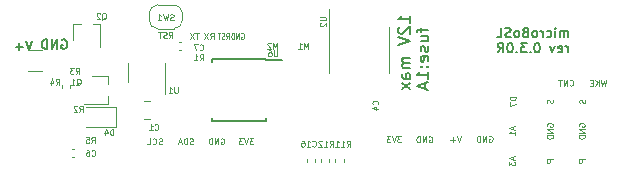
<source format=gbo>
G04 #@! TF.GenerationSoftware,KiCad,Pcbnew,(6.0.4)*
G04 #@! TF.CreationDate,2022-06-20T11:49:59+10:00*
G04 #@! TF.ProjectId,microBoSL,6d696372-6f42-46f5-934c-2e6b69636164,0.3.0R*
G04 #@! TF.SameCoordinates,Original*
G04 #@! TF.FileFunction,Legend,Bot*
G04 #@! TF.FilePolarity,Positive*
%FSLAX46Y46*%
G04 Gerber Fmt 4.6, Leading zero omitted, Abs format (unit mm)*
G04 Created by KiCad (PCBNEW (6.0.4)) date 2022-06-20 11:49:59*
%MOMM*%
%LPD*%
G01*
G04 APERTURE LIST*
%ADD10C,0.125000*%
%ADD11C,0.150000*%
%ADD12C,0.100000*%
%ADD13C,0.120000*%
G04 APERTURE END LIST*
D10*
X149276190Y-113219047D02*
X148776190Y-113219047D01*
X148776190Y-113409523D01*
X148800000Y-113457142D01*
X148823809Y-113480952D01*
X148871428Y-113504761D01*
X148942857Y-113504761D01*
X148990476Y-113480952D01*
X149014285Y-113457142D01*
X149038095Y-113409523D01*
X149038095Y-113219047D01*
X148800000Y-110419047D02*
X148776190Y-110371428D01*
X148776190Y-110300000D01*
X148800000Y-110228571D01*
X148847619Y-110180952D01*
X148895238Y-110157142D01*
X148990476Y-110133333D01*
X149061904Y-110133333D01*
X149157142Y-110157142D01*
X149204761Y-110180952D01*
X149252380Y-110228571D01*
X149276190Y-110300000D01*
X149276190Y-110347619D01*
X149252380Y-110419047D01*
X149228571Y-110442857D01*
X149061904Y-110442857D01*
X149061904Y-110347619D01*
X149276190Y-110657142D02*
X148776190Y-110657142D01*
X149276190Y-110942857D01*
X148776190Y-110942857D01*
X149276190Y-111180952D02*
X148776190Y-111180952D01*
X148776190Y-111300000D01*
X148800000Y-111371428D01*
X148847619Y-111419047D01*
X148895238Y-111442857D01*
X148990476Y-111466666D01*
X149061904Y-111466666D01*
X149157142Y-111442857D01*
X149204761Y-111419047D01*
X149252380Y-111371428D01*
X149276190Y-111300000D01*
X149276190Y-111180952D01*
X149302380Y-108157142D02*
X149326190Y-108228571D01*
X149326190Y-108347619D01*
X149302380Y-108395238D01*
X149278571Y-108419047D01*
X149230952Y-108442857D01*
X149183333Y-108442857D01*
X149135714Y-108419047D01*
X149111904Y-108395238D01*
X149088095Y-108347619D01*
X149064285Y-108252380D01*
X149040476Y-108204761D01*
X149016666Y-108180952D01*
X148969047Y-108157142D01*
X148921428Y-108157142D01*
X148873809Y-108180952D01*
X148850000Y-108204761D01*
X148826190Y-108252380D01*
X148826190Y-108371428D01*
X148850000Y-108442857D01*
X143426190Y-107930952D02*
X142926190Y-107930952D01*
X142926190Y-108050000D01*
X142950000Y-108121428D01*
X142997619Y-108169047D01*
X143045238Y-108192857D01*
X143140476Y-108216666D01*
X143211904Y-108216666D01*
X143307142Y-108192857D01*
X143354761Y-108169047D01*
X143402380Y-108121428D01*
X143426190Y-108050000D01*
X143426190Y-107930952D01*
X142926190Y-108383333D02*
X142926190Y-108716666D01*
X143426190Y-108502380D01*
X146576190Y-113219047D02*
X146076190Y-113219047D01*
X146076190Y-113409523D01*
X146100000Y-113457142D01*
X146123809Y-113480952D01*
X146171428Y-113504761D01*
X146242857Y-113504761D01*
X146290476Y-113480952D01*
X146314285Y-113457142D01*
X146338095Y-113409523D01*
X146338095Y-113219047D01*
X146552380Y-108157142D02*
X146576190Y-108228571D01*
X146576190Y-108347619D01*
X146552380Y-108395238D01*
X146528571Y-108419047D01*
X146480952Y-108442857D01*
X146433333Y-108442857D01*
X146385714Y-108419047D01*
X146361904Y-108395238D01*
X146338095Y-108347619D01*
X146314285Y-108252380D01*
X146290476Y-108204761D01*
X146266666Y-108180952D01*
X146219047Y-108157142D01*
X146171428Y-108157142D01*
X146123809Y-108180952D01*
X146100000Y-108204761D01*
X146076190Y-108252380D01*
X146076190Y-108371428D01*
X146100000Y-108442857D01*
X143233333Y-112992857D02*
X143233333Y-113230952D01*
X143376190Y-112945238D02*
X142876190Y-113111904D01*
X143376190Y-113278571D01*
X142876190Y-113397619D02*
X142876190Y-113707142D01*
X143066666Y-113540476D01*
X143066666Y-113611904D01*
X143090476Y-113659523D01*
X143114285Y-113683333D01*
X143161904Y-113707142D01*
X143280952Y-113707142D01*
X143328571Y-113683333D01*
X143352380Y-113659523D01*
X143376190Y-113611904D01*
X143376190Y-113469047D01*
X143352380Y-113421428D01*
X143328571Y-113397619D01*
X146100000Y-110419047D02*
X146076190Y-110371428D01*
X146076190Y-110300000D01*
X146100000Y-110228571D01*
X146147619Y-110180952D01*
X146195238Y-110157142D01*
X146290476Y-110133333D01*
X146361904Y-110133333D01*
X146457142Y-110157142D01*
X146504761Y-110180952D01*
X146552380Y-110228571D01*
X146576190Y-110300000D01*
X146576190Y-110347619D01*
X146552380Y-110419047D01*
X146528571Y-110442857D01*
X146361904Y-110442857D01*
X146361904Y-110347619D01*
X146576190Y-110657142D02*
X146076190Y-110657142D01*
X146576190Y-110942857D01*
X146076190Y-110942857D01*
X146576190Y-111180952D02*
X146076190Y-111180952D01*
X146076190Y-111300000D01*
X146100000Y-111371428D01*
X146147619Y-111419047D01*
X146195238Y-111442857D01*
X146290476Y-111466666D01*
X146361904Y-111466666D01*
X146457142Y-111442857D01*
X146504761Y-111419047D01*
X146552380Y-111371428D01*
X146576190Y-111300000D01*
X146576190Y-111180952D01*
X114073809Y-102926190D02*
X114240476Y-102688095D01*
X114359523Y-102926190D02*
X114359523Y-102426190D01*
X114169047Y-102426190D01*
X114121428Y-102450000D01*
X114097619Y-102473809D01*
X114073809Y-102521428D01*
X114073809Y-102592857D01*
X114097619Y-102640476D01*
X114121428Y-102664285D01*
X114169047Y-102688095D01*
X114359523Y-102688095D01*
X113883333Y-102902380D02*
X113811904Y-102926190D01*
X113692857Y-102926190D01*
X113645238Y-102902380D01*
X113621428Y-102878571D01*
X113597619Y-102830952D01*
X113597619Y-102783333D01*
X113621428Y-102735714D01*
X113645238Y-102711904D01*
X113692857Y-102688095D01*
X113788095Y-102664285D01*
X113835714Y-102640476D01*
X113859523Y-102616666D01*
X113883333Y-102569047D01*
X113883333Y-102521428D01*
X113859523Y-102473809D01*
X113835714Y-102450000D01*
X113788095Y-102426190D01*
X113669047Y-102426190D01*
X113597619Y-102450000D01*
X113454761Y-102426190D02*
X113169047Y-102426190D01*
X113311904Y-102926190D02*
X113311904Y-102426190D01*
X147997619Y-106928571D02*
X148021428Y-106952380D01*
X148092857Y-106976190D01*
X148140476Y-106976190D01*
X148211904Y-106952380D01*
X148259523Y-106904761D01*
X148283333Y-106857142D01*
X148307142Y-106761904D01*
X148307142Y-106690476D01*
X148283333Y-106595238D01*
X148259523Y-106547619D01*
X148211904Y-106500000D01*
X148140476Y-106476190D01*
X148092857Y-106476190D01*
X148021428Y-106500000D01*
X147997619Y-106523809D01*
X147783333Y-106976190D02*
X147783333Y-106476190D01*
X147497619Y-106976190D01*
X147497619Y-106476190D01*
X147330952Y-106476190D02*
X147045238Y-106476190D01*
X147188095Y-106976190D02*
X147188095Y-106476190D01*
X151090476Y-106476190D02*
X150971428Y-106976190D01*
X150876190Y-106619047D01*
X150780952Y-106976190D01*
X150661904Y-106476190D01*
X150471428Y-106976190D02*
X150471428Y-106476190D01*
X150185714Y-106976190D02*
X150400000Y-106690476D01*
X150185714Y-106476190D02*
X150471428Y-106761904D01*
X149971428Y-106714285D02*
X149804761Y-106714285D01*
X149733333Y-106976190D02*
X149971428Y-106976190D01*
X149971428Y-106476190D01*
X149733333Y-106476190D01*
X143233333Y-110442857D02*
X143233333Y-110680952D01*
X143376190Y-110395238D02*
X142876190Y-110561904D01*
X143376190Y-110728571D01*
X143376190Y-111157142D02*
X143376190Y-110871428D01*
X143376190Y-111014285D02*
X142876190Y-111014285D01*
X142947619Y-110966666D01*
X142995238Y-110919047D01*
X143019047Y-110871428D01*
X123254761Y-103826190D02*
X123254761Y-103326190D01*
X123088095Y-103683333D01*
X122921428Y-103326190D01*
X122921428Y-103826190D01*
X122707142Y-103373809D02*
X122683333Y-103350000D01*
X122635714Y-103326190D01*
X122516666Y-103326190D01*
X122469047Y-103350000D01*
X122445238Y-103373809D01*
X122421428Y-103421428D01*
X122421428Y-103469047D01*
X122445238Y-103540476D01*
X122730952Y-103826190D01*
X122421428Y-103826190D01*
X125854761Y-103826190D02*
X125854761Y-103326190D01*
X125688095Y-103683333D01*
X125521428Y-103326190D01*
X125521428Y-103826190D01*
X125021428Y-103826190D02*
X125307142Y-103826190D01*
X125164285Y-103826190D02*
X125164285Y-103326190D01*
X125211904Y-103397619D01*
X125259523Y-103445238D01*
X125307142Y-103469047D01*
D11*
X134502380Y-101626190D02*
X134502380Y-101054761D01*
X134502380Y-101340476D02*
X133502380Y-101340476D01*
X133645238Y-101245238D01*
X133740476Y-101150000D01*
X133788095Y-101054761D01*
X133597619Y-102007142D02*
X133550000Y-102054761D01*
X133502380Y-102150000D01*
X133502380Y-102388095D01*
X133550000Y-102483333D01*
X133597619Y-102530952D01*
X133692857Y-102578571D01*
X133788095Y-102578571D01*
X133930952Y-102530952D01*
X134502380Y-101959523D01*
X134502380Y-102578571D01*
X133502380Y-102864285D02*
X134502380Y-103197619D01*
X133502380Y-103530952D01*
X134502380Y-104626190D02*
X133835714Y-104626190D01*
X133930952Y-104626190D02*
X133883333Y-104673809D01*
X133835714Y-104769047D01*
X133835714Y-104911904D01*
X133883333Y-105007142D01*
X133978571Y-105054761D01*
X134502380Y-105054761D01*
X133978571Y-105054761D02*
X133883333Y-105102380D01*
X133835714Y-105197619D01*
X133835714Y-105340476D01*
X133883333Y-105435714D01*
X133978571Y-105483333D01*
X134502380Y-105483333D01*
X134502380Y-106388095D02*
X133978571Y-106388095D01*
X133883333Y-106340476D01*
X133835714Y-106245238D01*
X133835714Y-106054761D01*
X133883333Y-105959523D01*
X134454761Y-106388095D02*
X134502380Y-106292857D01*
X134502380Y-106054761D01*
X134454761Y-105959523D01*
X134359523Y-105911904D01*
X134264285Y-105911904D01*
X134169047Y-105959523D01*
X134121428Y-106054761D01*
X134121428Y-106292857D01*
X134073809Y-106388095D01*
X134502380Y-106769047D02*
X133835714Y-107292857D01*
X133835714Y-106769047D02*
X134502380Y-107292857D01*
D10*
X141190952Y-111250000D02*
X141238571Y-111226190D01*
X141310000Y-111226190D01*
X141381428Y-111250000D01*
X141429047Y-111297619D01*
X141452857Y-111345238D01*
X141476666Y-111440476D01*
X141476666Y-111511904D01*
X141452857Y-111607142D01*
X141429047Y-111654761D01*
X141381428Y-111702380D01*
X141310000Y-111726190D01*
X141262380Y-111726190D01*
X141190952Y-111702380D01*
X141167142Y-111678571D01*
X141167142Y-111511904D01*
X141262380Y-111511904D01*
X140952857Y-111726190D02*
X140952857Y-111226190D01*
X140667142Y-111726190D01*
X140667142Y-111226190D01*
X140429047Y-111726190D02*
X140429047Y-111226190D01*
X140310000Y-111226190D01*
X140238571Y-111250000D01*
X140190952Y-111297619D01*
X140167142Y-111345238D01*
X140143333Y-111440476D01*
X140143333Y-111511904D01*
X140167142Y-111607142D01*
X140190952Y-111654761D01*
X140238571Y-111702380D01*
X140310000Y-111726190D01*
X140429047Y-111726190D01*
X138786190Y-111226190D02*
X138619523Y-111726190D01*
X138452857Y-111226190D01*
X138286190Y-111535714D02*
X137905238Y-111535714D01*
X138095714Y-111726190D02*
X138095714Y-111345238D01*
X136080952Y-111300000D02*
X136128571Y-111276190D01*
X136200000Y-111276190D01*
X136271428Y-111300000D01*
X136319047Y-111347619D01*
X136342857Y-111395238D01*
X136366666Y-111490476D01*
X136366666Y-111561904D01*
X136342857Y-111657142D01*
X136319047Y-111704761D01*
X136271428Y-111752380D01*
X136200000Y-111776190D01*
X136152380Y-111776190D01*
X136080952Y-111752380D01*
X136057142Y-111728571D01*
X136057142Y-111561904D01*
X136152380Y-111561904D01*
X135842857Y-111776190D02*
X135842857Y-111276190D01*
X135557142Y-111776190D01*
X135557142Y-111276190D01*
X135319047Y-111776190D02*
X135319047Y-111276190D01*
X135200000Y-111276190D01*
X135128571Y-111300000D01*
X135080952Y-111347619D01*
X135057142Y-111395238D01*
X135033333Y-111490476D01*
X135033333Y-111561904D01*
X135057142Y-111657142D01*
X135080952Y-111704761D01*
X135128571Y-111752380D01*
X135200000Y-111776190D01*
X135319047Y-111776190D01*
X116107142Y-111902380D02*
X116035714Y-111926190D01*
X115916666Y-111926190D01*
X115869047Y-111902380D01*
X115845238Y-111878571D01*
X115821428Y-111830952D01*
X115821428Y-111783333D01*
X115845238Y-111735714D01*
X115869047Y-111711904D01*
X115916666Y-111688095D01*
X116011904Y-111664285D01*
X116059523Y-111640476D01*
X116083333Y-111616666D01*
X116107142Y-111569047D01*
X116107142Y-111521428D01*
X116083333Y-111473809D01*
X116059523Y-111450000D01*
X116011904Y-111426190D01*
X115892857Y-111426190D01*
X115821428Y-111450000D01*
X115607142Y-111926190D02*
X115607142Y-111426190D01*
X115488095Y-111426190D01*
X115416666Y-111450000D01*
X115369047Y-111497619D01*
X115345238Y-111545238D01*
X115321428Y-111640476D01*
X115321428Y-111711904D01*
X115345238Y-111807142D01*
X115369047Y-111854761D01*
X115416666Y-111902380D01*
X115488095Y-111926190D01*
X115607142Y-111926190D01*
X115130952Y-111783333D02*
X114892857Y-111783333D01*
X115178571Y-111926190D02*
X115011904Y-111426190D01*
X114845238Y-111926190D01*
X118480952Y-111450000D02*
X118528571Y-111426190D01*
X118600000Y-111426190D01*
X118671428Y-111450000D01*
X118719047Y-111497619D01*
X118742857Y-111545238D01*
X118766666Y-111640476D01*
X118766666Y-111711904D01*
X118742857Y-111807142D01*
X118719047Y-111854761D01*
X118671428Y-111902380D01*
X118600000Y-111926190D01*
X118552380Y-111926190D01*
X118480952Y-111902380D01*
X118457142Y-111878571D01*
X118457142Y-111711904D01*
X118552380Y-111711904D01*
X118242857Y-111926190D02*
X118242857Y-111426190D01*
X117957142Y-111926190D01*
X117957142Y-111426190D01*
X117719047Y-111926190D02*
X117719047Y-111426190D01*
X117600000Y-111426190D01*
X117528571Y-111450000D01*
X117480952Y-111497619D01*
X117457142Y-111545238D01*
X117433333Y-111640476D01*
X117433333Y-111711904D01*
X117457142Y-111807142D01*
X117480952Y-111854761D01*
X117528571Y-111902380D01*
X117600000Y-111926190D01*
X117719047Y-111926190D01*
X121219047Y-111426190D02*
X120909523Y-111426190D01*
X121076190Y-111616666D01*
X121004761Y-111616666D01*
X120957142Y-111640476D01*
X120933333Y-111664285D01*
X120909523Y-111711904D01*
X120909523Y-111830952D01*
X120933333Y-111878571D01*
X120957142Y-111902380D01*
X121004761Y-111926190D01*
X121147619Y-111926190D01*
X121195238Y-111902380D01*
X121219047Y-111878571D01*
X120766666Y-111426190D02*
X120600000Y-111926190D01*
X120433333Y-111426190D01*
X120314285Y-111426190D02*
X120004761Y-111426190D01*
X120171428Y-111616666D01*
X120100000Y-111616666D01*
X120052380Y-111640476D01*
X120028571Y-111664285D01*
X120004761Y-111711904D01*
X120004761Y-111830952D01*
X120028571Y-111878571D01*
X120052380Y-111902380D01*
X120100000Y-111926190D01*
X120242857Y-111926190D01*
X120290476Y-111902380D01*
X120314285Y-111878571D01*
X113495238Y-111902380D02*
X113423809Y-111926190D01*
X113304761Y-111926190D01*
X113257142Y-111902380D01*
X113233333Y-111878571D01*
X113209523Y-111830952D01*
X113209523Y-111783333D01*
X113233333Y-111735714D01*
X113257142Y-111711904D01*
X113304761Y-111688095D01*
X113400000Y-111664285D01*
X113447619Y-111640476D01*
X113471428Y-111616666D01*
X113495238Y-111569047D01*
X113495238Y-111521428D01*
X113471428Y-111473809D01*
X113447619Y-111450000D01*
X113400000Y-111426190D01*
X113280952Y-111426190D01*
X113209523Y-111450000D01*
X112709523Y-111878571D02*
X112733333Y-111902380D01*
X112804761Y-111926190D01*
X112852380Y-111926190D01*
X112923809Y-111902380D01*
X112971428Y-111854761D01*
X112995238Y-111807142D01*
X113019047Y-111711904D01*
X113019047Y-111640476D01*
X112995238Y-111545238D01*
X112971428Y-111497619D01*
X112923809Y-111450000D01*
X112852380Y-111426190D01*
X112804761Y-111426190D01*
X112733333Y-111450000D01*
X112709523Y-111473809D01*
X112257142Y-111926190D02*
X112495238Y-111926190D01*
X112495238Y-111426190D01*
X133719047Y-111276190D02*
X133409523Y-111276190D01*
X133576190Y-111466666D01*
X133504761Y-111466666D01*
X133457142Y-111490476D01*
X133433333Y-111514285D01*
X133409523Y-111561904D01*
X133409523Y-111680952D01*
X133433333Y-111728571D01*
X133457142Y-111752380D01*
X133504761Y-111776190D01*
X133647619Y-111776190D01*
X133695238Y-111752380D01*
X133719047Y-111728571D01*
X133266666Y-111276190D02*
X133100000Y-111776190D01*
X132933333Y-111276190D01*
X132814285Y-111276190D02*
X132504761Y-111276190D01*
X132671428Y-111466666D01*
X132600000Y-111466666D01*
X132552380Y-111490476D01*
X132528571Y-111514285D01*
X132504761Y-111561904D01*
X132504761Y-111680952D01*
X132528571Y-111728571D01*
X132552380Y-111752380D01*
X132600000Y-111776190D01*
X132742857Y-111776190D01*
X132790476Y-111752380D01*
X132814285Y-111728571D01*
D12*
X120204761Y-102550000D02*
X120242857Y-102526190D01*
X120300000Y-102526190D01*
X120357142Y-102550000D01*
X120395238Y-102597619D01*
X120414285Y-102645238D01*
X120433333Y-102740476D01*
X120433333Y-102811904D01*
X120414285Y-102907142D01*
X120395238Y-102954761D01*
X120357142Y-103002380D01*
X120300000Y-103026190D01*
X120261904Y-103026190D01*
X120204761Y-103002380D01*
X120185714Y-102978571D01*
X120185714Y-102811904D01*
X120261904Y-102811904D01*
X120014285Y-103026190D02*
X120014285Y-102526190D01*
X119785714Y-103026190D01*
X119785714Y-102526190D01*
X119595238Y-103026190D02*
X119595238Y-102526190D01*
X119500000Y-102526190D01*
X119442857Y-102550000D01*
X119404761Y-102597619D01*
X119385714Y-102645238D01*
X119366666Y-102740476D01*
X119366666Y-102811904D01*
X119385714Y-102907142D01*
X119404761Y-102954761D01*
X119442857Y-103002380D01*
X119500000Y-103026190D01*
X119595238Y-103026190D01*
D10*
X116580952Y-102526190D02*
X116295238Y-102526190D01*
X116438095Y-103026190D02*
X116438095Y-102526190D01*
X116176190Y-102526190D02*
X115842857Y-103026190D01*
X115842857Y-102526190D02*
X116176190Y-103026190D01*
D12*
X118919047Y-103026190D02*
X119052380Y-102788095D01*
X119147619Y-103026190D02*
X119147619Y-102526190D01*
X118995238Y-102526190D01*
X118957142Y-102550000D01*
X118938095Y-102573809D01*
X118919047Y-102621428D01*
X118919047Y-102692857D01*
X118938095Y-102740476D01*
X118957142Y-102764285D01*
X118995238Y-102788095D01*
X119147619Y-102788095D01*
X118766666Y-103002380D02*
X118709523Y-103026190D01*
X118614285Y-103026190D01*
X118576190Y-103002380D01*
X118557142Y-102978571D01*
X118538095Y-102930952D01*
X118538095Y-102883333D01*
X118557142Y-102835714D01*
X118576190Y-102811904D01*
X118614285Y-102788095D01*
X118690476Y-102764285D01*
X118728571Y-102740476D01*
X118747619Y-102716666D01*
X118766666Y-102669047D01*
X118766666Y-102621428D01*
X118747619Y-102573809D01*
X118728571Y-102550000D01*
X118690476Y-102526190D01*
X118595238Y-102526190D01*
X118538095Y-102550000D01*
X118423809Y-102526190D02*
X118195238Y-102526190D01*
X118309523Y-103026190D02*
X118309523Y-102526190D01*
D10*
X117583333Y-103026190D02*
X117750000Y-102788095D01*
X117869047Y-103026190D02*
X117869047Y-102526190D01*
X117678571Y-102526190D01*
X117630952Y-102550000D01*
X117607142Y-102573809D01*
X117583333Y-102621428D01*
X117583333Y-102692857D01*
X117607142Y-102740476D01*
X117630952Y-102764285D01*
X117678571Y-102788095D01*
X117869047Y-102788095D01*
X117416666Y-102526190D02*
X117083333Y-103026190D01*
X117083333Y-102526190D02*
X117416666Y-103026190D01*
D11*
X105009523Y-103100000D02*
X105085714Y-103061904D01*
X105200000Y-103061904D01*
X105314285Y-103100000D01*
X105390476Y-103176190D01*
X105428571Y-103252380D01*
X105466666Y-103404761D01*
X105466666Y-103519047D01*
X105428571Y-103671428D01*
X105390476Y-103747619D01*
X105314285Y-103823809D01*
X105200000Y-103861904D01*
X105123809Y-103861904D01*
X105009523Y-103823809D01*
X104971428Y-103785714D01*
X104971428Y-103519047D01*
X105123809Y-103519047D01*
X104628571Y-103861904D02*
X104628571Y-103061904D01*
X104171428Y-103861904D01*
X104171428Y-103061904D01*
X103790476Y-103861904D02*
X103790476Y-103061904D01*
X103600000Y-103061904D01*
X103485714Y-103100000D01*
X103409523Y-103176190D01*
X103371428Y-103252380D01*
X103333333Y-103404761D01*
X103333333Y-103519047D01*
X103371428Y-103671428D01*
X103409523Y-103747619D01*
X103485714Y-103823809D01*
X103600000Y-103861904D01*
X103790476Y-103861904D01*
X102511904Y-103161904D02*
X102245238Y-103961904D01*
X101978571Y-103161904D01*
X101711904Y-103657142D02*
X101102380Y-103657142D01*
X101407142Y-103961904D02*
X101407142Y-103352380D01*
X147852380Y-102867904D02*
X147852380Y-102334571D01*
X147852380Y-102410761D02*
X147814285Y-102372666D01*
X147738095Y-102334571D01*
X147623809Y-102334571D01*
X147547619Y-102372666D01*
X147509523Y-102448857D01*
X147509523Y-102867904D01*
X147509523Y-102448857D02*
X147471428Y-102372666D01*
X147395238Y-102334571D01*
X147280952Y-102334571D01*
X147204761Y-102372666D01*
X147166666Y-102448857D01*
X147166666Y-102867904D01*
X146785714Y-102867904D02*
X146785714Y-102334571D01*
X146785714Y-102067904D02*
X146823809Y-102106000D01*
X146785714Y-102144095D01*
X146747619Y-102106000D01*
X146785714Y-102067904D01*
X146785714Y-102144095D01*
X146061904Y-102829809D02*
X146138095Y-102867904D01*
X146290476Y-102867904D01*
X146366666Y-102829809D01*
X146404761Y-102791714D01*
X146442857Y-102715523D01*
X146442857Y-102486952D01*
X146404761Y-102410761D01*
X146366666Y-102372666D01*
X146290476Y-102334571D01*
X146138095Y-102334571D01*
X146061904Y-102372666D01*
X145719047Y-102867904D02*
X145719047Y-102334571D01*
X145719047Y-102486952D02*
X145680952Y-102410761D01*
X145642857Y-102372666D01*
X145566666Y-102334571D01*
X145490476Y-102334571D01*
X145109523Y-102867904D02*
X145185714Y-102829809D01*
X145223809Y-102791714D01*
X145261904Y-102715523D01*
X145261904Y-102486952D01*
X145223809Y-102410761D01*
X145185714Y-102372666D01*
X145109523Y-102334571D01*
X144995238Y-102334571D01*
X144919047Y-102372666D01*
X144880952Y-102410761D01*
X144842857Y-102486952D01*
X144842857Y-102715523D01*
X144880952Y-102791714D01*
X144919047Y-102829809D01*
X144995238Y-102867904D01*
X145109523Y-102867904D01*
X144233333Y-102448857D02*
X144119047Y-102486952D01*
X144080952Y-102525047D01*
X144042857Y-102601238D01*
X144042857Y-102715523D01*
X144080952Y-102791714D01*
X144119047Y-102829809D01*
X144195238Y-102867904D01*
X144500000Y-102867904D01*
X144500000Y-102067904D01*
X144233333Y-102067904D01*
X144157142Y-102106000D01*
X144119047Y-102144095D01*
X144080952Y-102220285D01*
X144080952Y-102296476D01*
X144119047Y-102372666D01*
X144157142Y-102410761D01*
X144233333Y-102448857D01*
X144500000Y-102448857D01*
X143585714Y-102867904D02*
X143661904Y-102829809D01*
X143700000Y-102791714D01*
X143738095Y-102715523D01*
X143738095Y-102486952D01*
X143700000Y-102410761D01*
X143661904Y-102372666D01*
X143585714Y-102334571D01*
X143471428Y-102334571D01*
X143395238Y-102372666D01*
X143357142Y-102410761D01*
X143319047Y-102486952D01*
X143319047Y-102715523D01*
X143357142Y-102791714D01*
X143395238Y-102829809D01*
X143471428Y-102867904D01*
X143585714Y-102867904D01*
X143014285Y-102829809D02*
X142900000Y-102867904D01*
X142709523Y-102867904D01*
X142633333Y-102829809D01*
X142595238Y-102791714D01*
X142557142Y-102715523D01*
X142557142Y-102639333D01*
X142595238Y-102563142D01*
X142633333Y-102525047D01*
X142709523Y-102486952D01*
X142861904Y-102448857D01*
X142938095Y-102410761D01*
X142976190Y-102372666D01*
X143014285Y-102296476D01*
X143014285Y-102220285D01*
X142976190Y-102144095D01*
X142938095Y-102106000D01*
X142861904Y-102067904D01*
X142671428Y-102067904D01*
X142557142Y-102106000D01*
X141833333Y-102867904D02*
X142214285Y-102867904D01*
X142214285Y-102067904D01*
X147833333Y-104155904D02*
X147833333Y-103622571D01*
X147833333Y-103774952D02*
X147795238Y-103698761D01*
X147757142Y-103660666D01*
X147680952Y-103622571D01*
X147604761Y-103622571D01*
X147033333Y-104117809D02*
X147109523Y-104155904D01*
X147261904Y-104155904D01*
X147338095Y-104117809D01*
X147376190Y-104041619D01*
X147376190Y-103736857D01*
X147338095Y-103660666D01*
X147261904Y-103622571D01*
X147109523Y-103622571D01*
X147033333Y-103660666D01*
X146995238Y-103736857D01*
X146995238Y-103813047D01*
X147376190Y-103889238D01*
X146728571Y-103622571D02*
X146538095Y-104155904D01*
X146347619Y-103622571D01*
X145280952Y-103355904D02*
X145204761Y-103355904D01*
X145128571Y-103394000D01*
X145090476Y-103432095D01*
X145052380Y-103508285D01*
X145014285Y-103660666D01*
X145014285Y-103851142D01*
X145052380Y-104003523D01*
X145090476Y-104079714D01*
X145128571Y-104117809D01*
X145204761Y-104155904D01*
X145280952Y-104155904D01*
X145357142Y-104117809D01*
X145395238Y-104079714D01*
X145433333Y-104003523D01*
X145471428Y-103851142D01*
X145471428Y-103660666D01*
X145433333Y-103508285D01*
X145395238Y-103432095D01*
X145357142Y-103394000D01*
X145280952Y-103355904D01*
X144671428Y-104079714D02*
X144633333Y-104117809D01*
X144671428Y-104155904D01*
X144709523Y-104117809D01*
X144671428Y-104079714D01*
X144671428Y-104155904D01*
X144366666Y-103355904D02*
X143871428Y-103355904D01*
X144138095Y-103660666D01*
X144023809Y-103660666D01*
X143947619Y-103698761D01*
X143909523Y-103736857D01*
X143871428Y-103813047D01*
X143871428Y-104003523D01*
X143909523Y-104079714D01*
X143947619Y-104117809D01*
X144023809Y-104155904D01*
X144252380Y-104155904D01*
X144328571Y-104117809D01*
X144366666Y-104079714D01*
X143528571Y-104079714D02*
X143490476Y-104117809D01*
X143528571Y-104155904D01*
X143566666Y-104117809D01*
X143528571Y-104079714D01*
X143528571Y-104155904D01*
X142995238Y-103355904D02*
X142919047Y-103355904D01*
X142842857Y-103394000D01*
X142804761Y-103432095D01*
X142766666Y-103508285D01*
X142728571Y-103660666D01*
X142728571Y-103851142D01*
X142766666Y-104003523D01*
X142804761Y-104079714D01*
X142842857Y-104117809D01*
X142919047Y-104155904D01*
X142995238Y-104155904D01*
X143071428Y-104117809D01*
X143109523Y-104079714D01*
X143147619Y-104003523D01*
X143185714Y-103851142D01*
X143185714Y-103660666D01*
X143147619Y-103508285D01*
X143109523Y-103432095D01*
X143071428Y-103394000D01*
X142995238Y-103355904D01*
X141928571Y-104155904D02*
X142195238Y-103774952D01*
X142385714Y-104155904D02*
X142385714Y-103355904D01*
X142080952Y-103355904D01*
X142004761Y-103394000D01*
X141966666Y-103432095D01*
X141928571Y-103508285D01*
X141928571Y-103622571D01*
X141966666Y-103698761D01*
X142004761Y-103736857D01*
X142080952Y-103774952D01*
X142385714Y-103774952D01*
X135385714Y-102080952D02*
X135385714Y-102461904D01*
X136052380Y-102223809D02*
X135195238Y-102223809D01*
X135100000Y-102271428D01*
X135052380Y-102366666D01*
X135052380Y-102461904D01*
X135385714Y-103223809D02*
X136052380Y-103223809D01*
X135385714Y-102795238D02*
X135909523Y-102795238D01*
X136004761Y-102842857D01*
X136052380Y-102938095D01*
X136052380Y-103080952D01*
X136004761Y-103176190D01*
X135957142Y-103223809D01*
X136004761Y-103652380D02*
X136052380Y-103747619D01*
X136052380Y-103938095D01*
X136004761Y-104033333D01*
X135909523Y-104080952D01*
X135861904Y-104080952D01*
X135766666Y-104033333D01*
X135719047Y-103938095D01*
X135719047Y-103795238D01*
X135671428Y-103700000D01*
X135576190Y-103652380D01*
X135528571Y-103652380D01*
X135433333Y-103700000D01*
X135385714Y-103795238D01*
X135385714Y-103938095D01*
X135433333Y-104033333D01*
X136004761Y-104890476D02*
X136052380Y-104795238D01*
X136052380Y-104604761D01*
X136004761Y-104509523D01*
X135909523Y-104461904D01*
X135528571Y-104461904D01*
X135433333Y-104509523D01*
X135385714Y-104604761D01*
X135385714Y-104795238D01*
X135433333Y-104890476D01*
X135528571Y-104938095D01*
X135623809Y-104938095D01*
X135719047Y-104461904D01*
X135957142Y-105366666D02*
X136004761Y-105414285D01*
X136052380Y-105366666D01*
X136004761Y-105319047D01*
X135957142Y-105366666D01*
X136052380Y-105366666D01*
X135433333Y-105366666D02*
X135480952Y-105414285D01*
X135528571Y-105366666D01*
X135480952Y-105319047D01*
X135433333Y-105366666D01*
X135528571Y-105366666D01*
X136052380Y-106366666D02*
X136052380Y-105795238D01*
X136052380Y-106080952D02*
X135052380Y-106080952D01*
X135195238Y-105985714D01*
X135290476Y-105890476D01*
X135338095Y-105795238D01*
X135766666Y-106747619D02*
X135766666Y-107223809D01*
X136052380Y-106652380D02*
X135052380Y-106985714D01*
X136052380Y-107319047D01*
D10*
X112883333Y-110678571D02*
X112907142Y-110702380D01*
X112978571Y-110726190D01*
X113026190Y-110726190D01*
X113097619Y-110702380D01*
X113145238Y-110654761D01*
X113169047Y-110607142D01*
X113192857Y-110511904D01*
X113192857Y-110440476D01*
X113169047Y-110345238D01*
X113145238Y-110297619D01*
X113097619Y-110250000D01*
X113026190Y-110226190D01*
X112978571Y-110226190D01*
X112907142Y-110250000D01*
X112883333Y-110273809D01*
X112407142Y-110726190D02*
X112692857Y-110726190D01*
X112550000Y-110726190D02*
X112550000Y-110226190D01*
X112597619Y-110297619D01*
X112645238Y-110345238D01*
X112692857Y-110369047D01*
X131753571Y-108556666D02*
X131777380Y-108532857D01*
X131801190Y-108461428D01*
X131801190Y-108413809D01*
X131777380Y-108342380D01*
X131729761Y-108294761D01*
X131682142Y-108270952D01*
X131586904Y-108247142D01*
X131515476Y-108247142D01*
X131420238Y-108270952D01*
X131372619Y-108294761D01*
X131325000Y-108342380D01*
X131301190Y-108413809D01*
X131301190Y-108461428D01*
X131325000Y-108532857D01*
X131348809Y-108556666D01*
X131467857Y-108985238D02*
X131801190Y-108985238D01*
X131277380Y-108866190D02*
X131634523Y-108747142D01*
X131634523Y-109056666D01*
X107533333Y-112878571D02*
X107557142Y-112902380D01*
X107628571Y-112926190D01*
X107676190Y-112926190D01*
X107747619Y-112902380D01*
X107795238Y-112854761D01*
X107819047Y-112807142D01*
X107842857Y-112711904D01*
X107842857Y-112640476D01*
X107819047Y-112545238D01*
X107795238Y-112497619D01*
X107747619Y-112450000D01*
X107676190Y-112426190D01*
X107628571Y-112426190D01*
X107557142Y-112450000D01*
X107533333Y-112473809D01*
X107104761Y-112426190D02*
X107200000Y-112426190D01*
X107247619Y-112450000D01*
X107271428Y-112473809D01*
X107319047Y-112545238D01*
X107342857Y-112640476D01*
X107342857Y-112830952D01*
X107319047Y-112878571D01*
X107295238Y-112902380D01*
X107247619Y-112926190D01*
X107152380Y-112926190D01*
X107104761Y-112902380D01*
X107080952Y-112878571D01*
X107057142Y-112830952D01*
X107057142Y-112711904D01*
X107080952Y-112664285D01*
X107104761Y-112640476D01*
X107152380Y-112616666D01*
X107247619Y-112616666D01*
X107295238Y-112640476D01*
X107319047Y-112664285D01*
X107342857Y-112711904D01*
X116683333Y-103928571D02*
X116707142Y-103952380D01*
X116778571Y-103976190D01*
X116826190Y-103976190D01*
X116897619Y-103952380D01*
X116945238Y-103904761D01*
X116969047Y-103857142D01*
X116992857Y-103761904D01*
X116992857Y-103690476D01*
X116969047Y-103595238D01*
X116945238Y-103547619D01*
X116897619Y-103500000D01*
X116826190Y-103476190D01*
X116778571Y-103476190D01*
X116707142Y-103500000D01*
X116683333Y-103523809D01*
X116516666Y-103476190D02*
X116183333Y-103476190D01*
X116397619Y-103976190D01*
X106247619Y-106923809D02*
X106295238Y-106900000D01*
X106342857Y-106852380D01*
X106414285Y-106780952D01*
X106461904Y-106757142D01*
X106509523Y-106757142D01*
X106485714Y-106876190D02*
X106533333Y-106852380D01*
X106580952Y-106804761D01*
X106604761Y-106709523D01*
X106604761Y-106542857D01*
X106580952Y-106447619D01*
X106533333Y-106400000D01*
X106485714Y-106376190D01*
X106390476Y-106376190D01*
X106342857Y-106400000D01*
X106295238Y-106447619D01*
X106271428Y-106542857D01*
X106271428Y-106709523D01*
X106295238Y-106804761D01*
X106342857Y-106852380D01*
X106390476Y-106876190D01*
X106485714Y-106876190D01*
X105795238Y-106876190D02*
X106080952Y-106876190D01*
X105938095Y-106876190D02*
X105938095Y-106376190D01*
X105985714Y-106447619D01*
X106033333Y-106495238D01*
X106080952Y-106519047D01*
X116683333Y-104826190D02*
X116850000Y-104588095D01*
X116969047Y-104826190D02*
X116969047Y-104326190D01*
X116778571Y-104326190D01*
X116730952Y-104350000D01*
X116707142Y-104373809D01*
X116683333Y-104421428D01*
X116683333Y-104492857D01*
X116707142Y-104540476D01*
X116730952Y-104564285D01*
X116778571Y-104588095D01*
X116969047Y-104588095D01*
X116207142Y-104826190D02*
X116492857Y-104826190D01*
X116350000Y-104826190D02*
X116350000Y-104326190D01*
X116397619Y-104397619D01*
X116445238Y-104445238D01*
X116492857Y-104469047D01*
X106483333Y-109176190D02*
X106650000Y-108938095D01*
X106769047Y-109176190D02*
X106769047Y-108676190D01*
X106578571Y-108676190D01*
X106530952Y-108700000D01*
X106507142Y-108723809D01*
X106483333Y-108771428D01*
X106483333Y-108842857D01*
X106507142Y-108890476D01*
X106530952Y-108914285D01*
X106578571Y-108938095D01*
X106769047Y-108938095D01*
X106292857Y-108723809D02*
X106269047Y-108700000D01*
X106221428Y-108676190D01*
X106102380Y-108676190D01*
X106054761Y-108700000D01*
X106030952Y-108723809D01*
X106007142Y-108771428D01*
X106007142Y-108819047D01*
X106030952Y-108890476D01*
X106316666Y-109176190D01*
X106007142Y-109176190D01*
X104483333Y-106876190D02*
X104650000Y-106638095D01*
X104769047Y-106876190D02*
X104769047Y-106376190D01*
X104578571Y-106376190D01*
X104530952Y-106400000D01*
X104507142Y-106423809D01*
X104483333Y-106471428D01*
X104483333Y-106542857D01*
X104507142Y-106590476D01*
X104530952Y-106614285D01*
X104578571Y-106638095D01*
X104769047Y-106638095D01*
X104054761Y-106542857D02*
X104054761Y-106876190D01*
X104173809Y-106352380D02*
X104292857Y-106709523D01*
X103983333Y-106709523D01*
X107518333Y-111826190D02*
X107685000Y-111588095D01*
X107804047Y-111826190D02*
X107804047Y-111326190D01*
X107613571Y-111326190D01*
X107565952Y-111350000D01*
X107542142Y-111373809D01*
X107518333Y-111421428D01*
X107518333Y-111492857D01*
X107542142Y-111540476D01*
X107565952Y-111564285D01*
X107613571Y-111588095D01*
X107804047Y-111588095D01*
X107065952Y-111326190D02*
X107304047Y-111326190D01*
X107327857Y-111564285D01*
X107304047Y-111540476D01*
X107256428Y-111516666D01*
X107137380Y-111516666D01*
X107089761Y-111540476D01*
X107065952Y-111564285D01*
X107042142Y-111611904D01*
X107042142Y-111730952D01*
X107065952Y-111778571D01*
X107089761Y-111802380D01*
X107137380Y-111826190D01*
X107256428Y-111826190D01*
X107304047Y-111802380D01*
X107327857Y-111778571D01*
X114466666Y-101402380D02*
X114395238Y-101426190D01*
X114276190Y-101426190D01*
X114228571Y-101402380D01*
X114204761Y-101378571D01*
X114180952Y-101330952D01*
X114180952Y-101283333D01*
X114204761Y-101235714D01*
X114228571Y-101211904D01*
X114276190Y-101188095D01*
X114371428Y-101164285D01*
X114419047Y-101140476D01*
X114442857Y-101116666D01*
X114466666Y-101069047D01*
X114466666Y-101021428D01*
X114442857Y-100973809D01*
X114419047Y-100950000D01*
X114371428Y-100926190D01*
X114252380Y-100926190D01*
X114180952Y-100950000D01*
X114014285Y-100926190D02*
X113895238Y-101426190D01*
X113800000Y-101069047D01*
X113704761Y-101426190D01*
X113585714Y-100926190D01*
X113133333Y-101426190D02*
X113419047Y-101426190D01*
X113276190Y-101426190D02*
X113276190Y-100926190D01*
X113323809Y-100997619D01*
X113371428Y-101045238D01*
X113419047Y-101069047D01*
X123265952Y-103966190D02*
X123265952Y-104370952D01*
X123242142Y-104418571D01*
X123218333Y-104442380D01*
X123170714Y-104466190D01*
X123075476Y-104466190D01*
X123027857Y-104442380D01*
X123004047Y-104418571D01*
X122980238Y-104370952D01*
X122980238Y-103966190D01*
X122527857Y-103966190D02*
X122623095Y-103966190D01*
X122670714Y-103990000D01*
X122694523Y-104013809D01*
X122742142Y-104085238D01*
X122765952Y-104180476D01*
X122765952Y-104370952D01*
X122742142Y-104418571D01*
X122718333Y-104442380D01*
X122670714Y-104466190D01*
X122575476Y-104466190D01*
X122527857Y-104442380D01*
X122504047Y-104418571D01*
X122480238Y-104370952D01*
X122480238Y-104251904D01*
X122504047Y-104204285D01*
X122527857Y-104180476D01*
X122575476Y-104156666D01*
X122670714Y-104156666D01*
X122718333Y-104180476D01*
X122742142Y-104204285D01*
X122765952Y-104251904D01*
X126876190Y-101169047D02*
X127280952Y-101169047D01*
X127328571Y-101192857D01*
X127352380Y-101216666D01*
X127376190Y-101264285D01*
X127376190Y-101359523D01*
X127352380Y-101407142D01*
X127328571Y-101430952D01*
X127280952Y-101454761D01*
X126876190Y-101454761D01*
X126923809Y-101669047D02*
X126900000Y-101692857D01*
X126876190Y-101740476D01*
X126876190Y-101859523D01*
X126900000Y-101907142D01*
X126923809Y-101930952D01*
X126971428Y-101954761D01*
X127019047Y-101954761D01*
X127090476Y-101930952D01*
X127376190Y-101645238D01*
X127376190Y-101954761D01*
X106183333Y-105976190D02*
X106350000Y-105738095D01*
X106469047Y-105976190D02*
X106469047Y-105476190D01*
X106278571Y-105476190D01*
X106230952Y-105500000D01*
X106207142Y-105523809D01*
X106183333Y-105571428D01*
X106183333Y-105642857D01*
X106207142Y-105690476D01*
X106230952Y-105714285D01*
X106278571Y-105738095D01*
X106469047Y-105738095D01*
X106016666Y-105476190D02*
X105707142Y-105476190D01*
X105873809Y-105666666D01*
X105802380Y-105666666D01*
X105754761Y-105690476D01*
X105730952Y-105714285D01*
X105707142Y-105761904D01*
X105707142Y-105880952D01*
X105730952Y-105928571D01*
X105754761Y-105952380D01*
X105802380Y-105976190D01*
X105945238Y-105976190D01*
X105992857Y-105952380D01*
X106016666Y-105928571D01*
X114830952Y-107076190D02*
X114830952Y-107480952D01*
X114807142Y-107528571D01*
X114783333Y-107552380D01*
X114735714Y-107576190D01*
X114640476Y-107576190D01*
X114592857Y-107552380D01*
X114569047Y-107528571D01*
X114545238Y-107480952D01*
X114545238Y-107076190D01*
X114045238Y-107576190D02*
X114330952Y-107576190D01*
X114188095Y-107576190D02*
X114188095Y-107076190D01*
X114235714Y-107147619D01*
X114283333Y-107195238D01*
X114330952Y-107219047D01*
X108397619Y-101373809D02*
X108445238Y-101350000D01*
X108492857Y-101302380D01*
X108564285Y-101230952D01*
X108611904Y-101207142D01*
X108659523Y-101207142D01*
X108635714Y-101326190D02*
X108683333Y-101302380D01*
X108730952Y-101254761D01*
X108754761Y-101159523D01*
X108754761Y-100992857D01*
X108730952Y-100897619D01*
X108683333Y-100850000D01*
X108635714Y-100826190D01*
X108540476Y-100826190D01*
X108492857Y-100850000D01*
X108445238Y-100897619D01*
X108421428Y-100992857D01*
X108421428Y-101159523D01*
X108445238Y-101254761D01*
X108492857Y-101302380D01*
X108540476Y-101326190D01*
X108635714Y-101326190D01*
X108230952Y-100873809D02*
X108207142Y-100850000D01*
X108159523Y-100826190D01*
X108040476Y-100826190D01*
X107992857Y-100850000D01*
X107969047Y-100873809D01*
X107945238Y-100921428D01*
X107945238Y-100969047D01*
X107969047Y-101040476D01*
X108254761Y-101326190D01*
X107945238Y-101326190D01*
X127671428Y-112126190D02*
X127838095Y-111888095D01*
X127957142Y-112126190D02*
X127957142Y-111626190D01*
X127766666Y-111626190D01*
X127719047Y-111650000D01*
X127695238Y-111673809D01*
X127671428Y-111721428D01*
X127671428Y-111792857D01*
X127695238Y-111840476D01*
X127719047Y-111864285D01*
X127766666Y-111888095D01*
X127957142Y-111888095D01*
X127195238Y-112126190D02*
X127480952Y-112126190D01*
X127338095Y-112126190D02*
X127338095Y-111626190D01*
X127385714Y-111697619D01*
X127433333Y-111745238D01*
X127480952Y-111769047D01*
X127004761Y-111673809D02*
X126980952Y-111650000D01*
X126933333Y-111626190D01*
X126814285Y-111626190D01*
X126766666Y-111650000D01*
X126742857Y-111673809D01*
X126719047Y-111721428D01*
X126719047Y-111769047D01*
X126742857Y-111840476D01*
X127028571Y-112126190D01*
X126719047Y-112126190D01*
X129121428Y-112126190D02*
X129288095Y-111888095D01*
X129407142Y-112126190D02*
X129407142Y-111626190D01*
X129216666Y-111626190D01*
X129169047Y-111650000D01*
X129145238Y-111673809D01*
X129121428Y-111721428D01*
X129121428Y-111792857D01*
X129145238Y-111840476D01*
X129169047Y-111864285D01*
X129216666Y-111888095D01*
X129407142Y-111888095D01*
X128645238Y-112126190D02*
X128930952Y-112126190D01*
X128788095Y-112126190D02*
X128788095Y-111626190D01*
X128835714Y-111697619D01*
X128883333Y-111745238D01*
X128930952Y-111769047D01*
X128169047Y-112126190D02*
X128454761Y-112126190D01*
X128311904Y-112126190D02*
X128311904Y-111626190D01*
X128359523Y-111697619D01*
X128407142Y-111745238D01*
X128454761Y-111769047D01*
X109369047Y-111176190D02*
X109369047Y-110676190D01*
X109250000Y-110676190D01*
X109178571Y-110700000D01*
X109130952Y-110747619D01*
X109107142Y-110795238D01*
X109083333Y-110890476D01*
X109083333Y-110961904D01*
X109107142Y-111057142D01*
X109130952Y-111104761D01*
X109178571Y-111152380D01*
X109250000Y-111176190D01*
X109369047Y-111176190D01*
X108654761Y-110842857D02*
X108654761Y-111176190D01*
X108773809Y-110652380D02*
X108892857Y-111009523D01*
X108583333Y-111009523D01*
X126221428Y-112078571D02*
X126245238Y-112102380D01*
X126316666Y-112126190D01*
X126364285Y-112126190D01*
X126435714Y-112102380D01*
X126483333Y-112054761D01*
X126507142Y-112007142D01*
X126530952Y-111911904D01*
X126530952Y-111840476D01*
X126507142Y-111745238D01*
X126483333Y-111697619D01*
X126435714Y-111650000D01*
X126364285Y-111626190D01*
X126316666Y-111626190D01*
X126245238Y-111650000D01*
X126221428Y-111673809D01*
X125745238Y-112126190D02*
X126030952Y-112126190D01*
X125888095Y-112126190D02*
X125888095Y-111626190D01*
X125935714Y-111697619D01*
X125983333Y-111745238D01*
X126030952Y-111769047D01*
X125316666Y-111626190D02*
X125411904Y-111626190D01*
X125459523Y-111650000D01*
X125483333Y-111673809D01*
X125530952Y-111745238D01*
X125554761Y-111840476D01*
X125554761Y-112030952D01*
X125530952Y-112078571D01*
X125507142Y-112102380D01*
X125459523Y-112126190D01*
X125364285Y-112126190D01*
X125316666Y-112102380D01*
X125292857Y-112078571D01*
X125269047Y-112030952D01*
X125269047Y-111911904D01*
X125292857Y-111864285D01*
X125316666Y-111840476D01*
X125364285Y-111816666D01*
X125459523Y-111816666D01*
X125507142Y-111840476D01*
X125530952Y-111864285D01*
X125554761Y-111911904D01*
D13*
X112471252Y-108305000D02*
X111948748Y-108305000D01*
X112471252Y-109775000D02*
X111948748Y-109775000D01*
X105842164Y-112310000D02*
X106057836Y-112310000D01*
X105842164Y-113030000D02*
X106057836Y-113030000D01*
X114922164Y-103970000D02*
X115137836Y-103970000D01*
X114922164Y-103250000D02*
X115137836Y-103250000D01*
X108940000Y-108500000D02*
X106910000Y-108500000D01*
X107530000Y-106180000D02*
X108940000Y-106180000D01*
X108940000Y-106840000D02*
X108940000Y-106180000D01*
X108940000Y-108500000D02*
X108940000Y-107840000D01*
X104990000Y-106952164D02*
X104990000Y-107167836D01*
X105710000Y-106952164D02*
X105710000Y-107167836D01*
X115210000Y-101440000D02*
X115210000Y-100840000D01*
X113110000Y-102140000D02*
X114510000Y-102140000D01*
X114510000Y-100140000D02*
X113110000Y-100140000D01*
X112410000Y-100840000D02*
X112410000Y-101440000D01*
X112410000Y-101440000D02*
G75*
G03*
X113110000Y-102140000I699999J-1D01*
G01*
X115210000Y-100840000D02*
G75*
G03*
X114510000Y-100140000I-700000J0D01*
G01*
X113110000Y-100140000D02*
G75*
G03*
X112410000Y-100840000I-1J-699999D01*
G01*
X114510000Y-102140000D02*
G75*
G03*
X115210000Y-101440000I0J700000D01*
G01*
D11*
X122335000Y-109965000D02*
X117685000Y-109965000D01*
X117685000Y-109965000D02*
X117685000Y-109740000D01*
X122335000Y-104840000D02*
X123685000Y-104840000D01*
X122335000Y-104715000D02*
X122335000Y-104840000D01*
X122335000Y-104715000D02*
X117685000Y-104715000D01*
X117685000Y-104715000D02*
X117685000Y-104940000D01*
X122335000Y-109965000D02*
X122335000Y-109740000D01*
D13*
X127615000Y-103940000D02*
X127615000Y-105890000D01*
X132735000Y-103940000D02*
X132735000Y-101990000D01*
X127615000Y-103940000D02*
X127615000Y-100490000D01*
X132735000Y-103940000D02*
X132735000Y-105890000D01*
X113770000Y-105840000D02*
X113770000Y-107640000D01*
X110650000Y-105840000D02*
X110650000Y-105040000D01*
X113770000Y-105840000D02*
X113770000Y-105040000D01*
X110650000Y-105840000D02*
X110650000Y-106640000D01*
X103312064Y-103930000D02*
X102107936Y-103930000D01*
X103312064Y-105750000D02*
X102107936Y-105750000D01*
X108270000Y-101710000D02*
X107610000Y-101710000D01*
X105950000Y-103120000D02*
X105950000Y-101710000D01*
X106610000Y-101710000D02*
X105950000Y-101710000D01*
X108270000Y-101710000D02*
X108270000Y-103740000D01*
X126940000Y-113192164D02*
X126940000Y-113407836D01*
X127660000Y-113192164D02*
X127660000Y-113407836D01*
X128860000Y-113407836D02*
X128860000Y-113192164D01*
X128140000Y-113407836D02*
X128140000Y-113192164D01*
X109610000Y-108790000D02*
X107060000Y-108790000D01*
X109610000Y-110490000D02*
X107060000Y-110490000D01*
X109610000Y-108790000D02*
X109610000Y-110490000D01*
X125740000Y-113192164D02*
X125740000Y-113407836D01*
X126460000Y-113192164D02*
X126460000Y-113407836D01*
M02*

</source>
